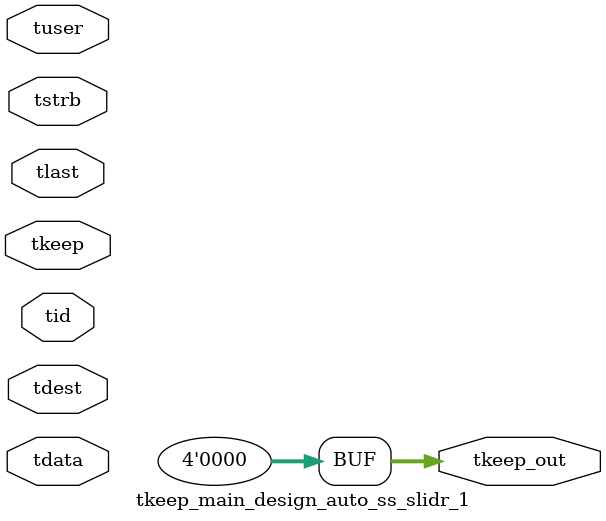
<source format=v>


`timescale 1ps/1ps

module tkeep_main_design_auto_ss_slidr_1 #
(
parameter C_S_AXIS_TDATA_WIDTH = 32,
parameter C_S_AXIS_TUSER_WIDTH = 0,
parameter C_S_AXIS_TID_WIDTH   = 0,
parameter C_S_AXIS_TDEST_WIDTH = 0,
parameter C_M_AXIS_TDATA_WIDTH = 32
)
(
input  [(C_S_AXIS_TDATA_WIDTH == 0 ? 1 : C_S_AXIS_TDATA_WIDTH)-1:0     ] tdata,
input  [(C_S_AXIS_TUSER_WIDTH == 0 ? 1 : C_S_AXIS_TUSER_WIDTH)-1:0     ] tuser,
input  [(C_S_AXIS_TID_WIDTH   == 0 ? 1 : C_S_AXIS_TID_WIDTH)-1:0       ] tid,
input  [(C_S_AXIS_TDEST_WIDTH == 0 ? 1 : C_S_AXIS_TDEST_WIDTH)-1:0     ] tdest,
input  [(C_S_AXIS_TDATA_WIDTH/8)-1:0 ] tkeep,
input  [(C_S_AXIS_TDATA_WIDTH/8)-1:0 ] tstrb,
input                                                                    tlast,
output [(C_M_AXIS_TDATA_WIDTH/8)-1:0 ] tkeep_out
);

assign tkeep_out = {1'b0};

endmodule


</source>
